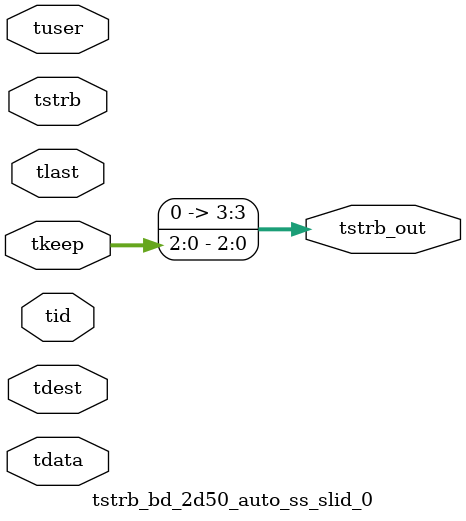
<source format=v>


`timescale 1ps/1ps

module tstrb_bd_2d50_auto_ss_slid_0 #
(
parameter C_S_AXIS_TDATA_WIDTH = 32,
parameter C_S_AXIS_TUSER_WIDTH = 0,
parameter C_S_AXIS_TID_WIDTH   = 0,
parameter C_S_AXIS_TDEST_WIDTH = 0,
parameter C_M_AXIS_TDATA_WIDTH = 32
)
(
input  [(C_S_AXIS_TDATA_WIDTH == 0 ? 1 : C_S_AXIS_TDATA_WIDTH)-1:0     ] tdata,
input  [(C_S_AXIS_TUSER_WIDTH == 0 ? 1 : C_S_AXIS_TUSER_WIDTH)-1:0     ] tuser,
input  [(C_S_AXIS_TID_WIDTH   == 0 ? 1 : C_S_AXIS_TID_WIDTH)-1:0       ] tid,
input  [(C_S_AXIS_TDEST_WIDTH == 0 ? 1 : C_S_AXIS_TDEST_WIDTH)-1:0     ] tdest,
input  [(C_S_AXIS_TDATA_WIDTH/8)-1:0 ] tkeep,
input  [(C_S_AXIS_TDATA_WIDTH/8)-1:0 ] tstrb,
input                                                                    tlast,
output [(C_M_AXIS_TDATA_WIDTH/8)-1:0 ] tstrb_out
);

assign tstrb_out = {tkeep[2:0]};

endmodule


</source>
